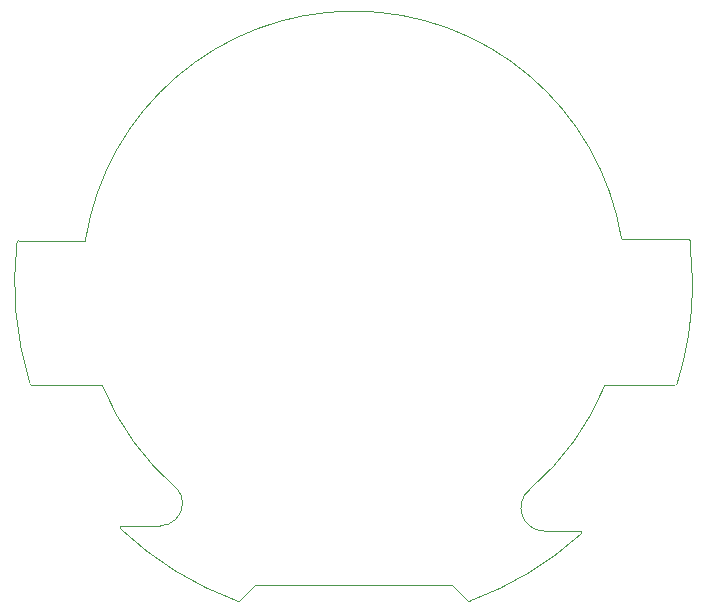
<source format=gbr>
%TF.GenerationSoftware,Altium Limited,Altium Designer,18.1.9 (240)*%
G04 Layer_Color=0*
%FSLAX26Y26*%
%MOIN*%
%TF.FileFunction,Profile,NP*%
%TF.Part,Single*%
G01*
G75*
%TA.AperFunction,Profile*%
%ADD25C,0.001000*%
D25*
X-777996Y-819546D02*
G02*
X-778069Y-812342I3453J3637D01*
G01*
D02*
G02*
X-774323Y-810662I3746J-3335D01*
G01*
X-645399D01*
D02*
G02*
X-645191Y-810666I0J-5015D01*
G01*
D02*
G02*
X-644983Y-810661I235J-5010D01*
G01*
Y-810661D01*
D02*
G03*
X-570210Y-735473I-416J75187D01*
G01*
D02*
G03*
X-585612Y-689880I-75189J0D01*
G01*
X-585611Y-689880D01*
D02*
G02*
X-586429Y-689314I2433J4386D01*
G01*
D02*
G02*
X-837841Y-342161I586429J689314D01*
G01*
X-1070067D01*
D02*
G02*
X-1076082Y-342043I-2929J4071D01*
G01*
X-1076082Y-342043D01*
D02*
G02*
X-1079334Y-334623I1082J4897D01*
G01*
D02*
G02*
X-1121822Y135826I1079334J334623D01*
G01*
X-1121822D01*
D02*
G02*
X-1116844Y140238I4979J-603D01*
G01*
X-894487D01*
D02*
G02*
X-894086Y140222I0J-5015D01*
G01*
D02*
G02*
X893192Y145806I894086J-140222D01*
G01*
X1114276D01*
D02*
G02*
X1121087Y141768I1835J-4667D01*
G01*
X1121087D01*
D02*
G02*
X1130015Y0I-1121087J-141768D01*
G01*
D02*
G02*
X1077518Y-340423I-1130015J0D01*
G01*
D02*
G02*
X1069174Y-342441I-4782J1511D01*
G01*
X1069190Y-342458D01*
X1068893Y-342161D01*
X837841D01*
D02*
G02*
X589126Y-687010I-837841J342161D01*
G01*
D02*
G02*
X587440Y-689456I-4787J1496D01*
G01*
D02*
G03*
X634879Y-827803I47899J-60882D01*
G01*
D02*
G03*
X634890Y-827803I459J77464D01*
G01*
D02*
G03*
X634910Y-827803I449J77465D01*
G01*
X634882Y-827803D01*
X755000D01*
D02*
G02*
X759001Y-829795I0J-5015D01*
G01*
D02*
G02*
X760616Y-833481I-3400J-3687D01*
G01*
D02*
G02*
X758970Y-837197I-5015J0D01*
G01*
D02*
G02*
X386488Y-1061867I-758970J837197D01*
G01*
Y-1061867D01*
D02*
G02*
X381210Y-1060683I-1715J4713D01*
G01*
X381227Y-1060700D01*
X327923Y-1007396D01*
X-327923D01*
X-381227Y-1060700D01*
X-381210Y-1060683D01*
D02*
G02*
X-386488Y-1061867I-3563J3529D01*
G01*
Y-1061867D01*
D02*
G02*
X-777996Y-819546I386488J1061867D01*
G01*
%TF.MD5,c432a0d28725bea6eb560ae136ea8b30*%
M02*

</source>
